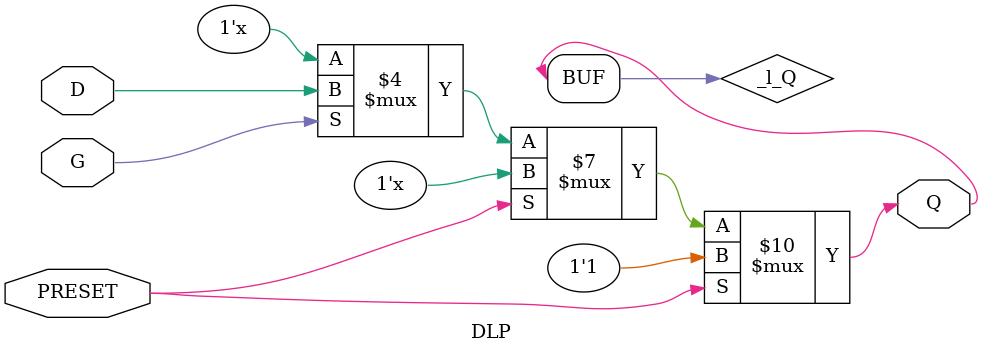
<source format=v>
`ifdef verilator3
`else
`timescale 1 ps / 1 ps
`endif

module DLP
#(
    parameter INIT = 1'b1
)
(
    input  PRESET,
    input  G,
    input  D,
    output Q
);

    reg _l_Q;

    initial begin
        _l_Q = INIT;
    end

    always @(PRESET or G or D) begin
    
        if (PRESET) begin
	        _l_Q = 1'b1;
        end
        else if (G) begin
	        _l_Q = D;
        end
    end

    assign Q = _l_Q;

endmodule

</source>
